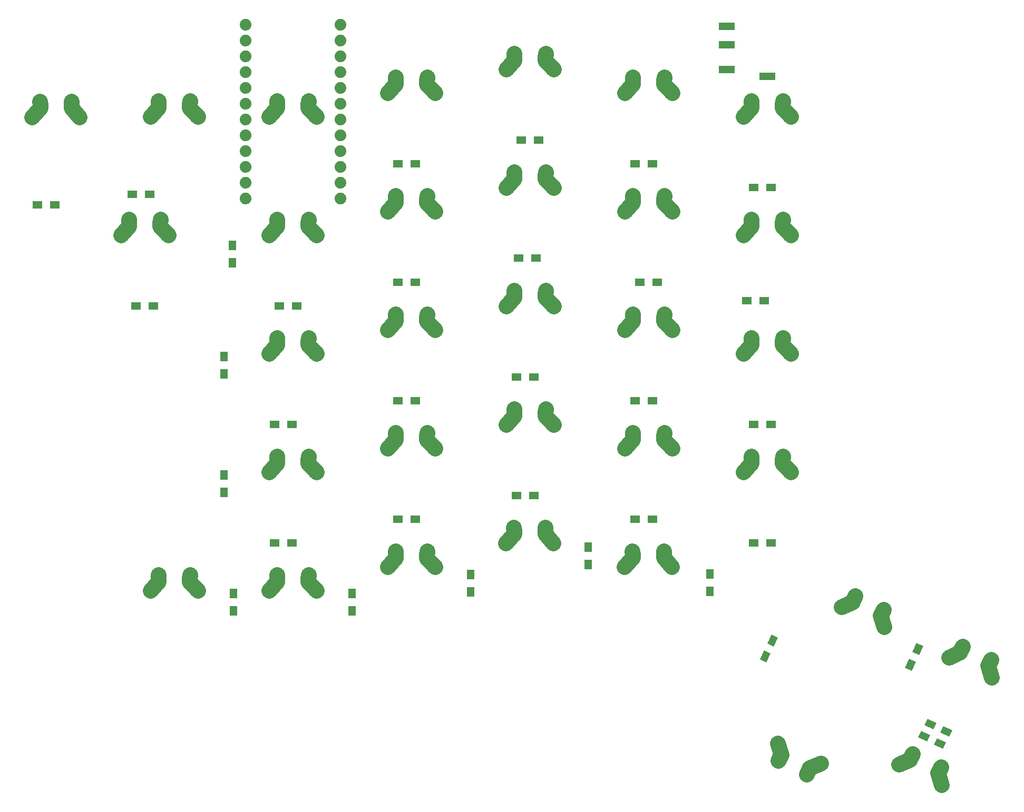
<source format=gbr>
G04 #@! TF.GenerationSoftware,KiCad,Pcbnew,(5.1.5)-3*
G04 #@! TF.CreationDate,2020-06-21T18:11:25+05:30*
G04 #@! TF.ProjectId,ergocape,6572676f-6361-4706-952e-6b696361645f,rev?*
G04 #@! TF.SameCoordinates,Original*
G04 #@! TF.FileFunction,Paste,Bot*
G04 #@! TF.FilePolarity,Positive*
%FSLAX46Y46*%
G04 Gerber Fmt 4.6, Leading zero omitted, Abs format (unit mm)*
G04 Created by KiCad (PCBNEW (5.1.5)-3) date 2020-06-21 18:11:25*
%MOMM*%
%LPD*%
G04 APERTURE LIST*
%ADD10C,1.879600*%
%ADD11C,2.500000*%
%ADD12R,1.600000X1.200000*%
%ADD13R,1.200000X1.600000*%
%ADD14C,0.100000*%
%ADD15R,2.500000X1.200000*%
G04 APERTURE END LIST*
D10*
X76504800Y-22326600D03*
X76504800Y-24866600D03*
X76504800Y-27406600D03*
X76504800Y-29946600D03*
X76504800Y-32486600D03*
X76504800Y-35026600D03*
X76504800Y-37566600D03*
X76504800Y-40106600D03*
X76504800Y-42646600D03*
X76504800Y-45186600D03*
X76504800Y-47726600D03*
X76504800Y-50266600D03*
X91744800Y-50266600D03*
X91744800Y-47726600D03*
X91744800Y-45186600D03*
X91744800Y-42646600D03*
X91744800Y-40106600D03*
X91744800Y-37566600D03*
X91744800Y-35026600D03*
X91744800Y-32486600D03*
X91744800Y-29946600D03*
X91744800Y-27406600D03*
X91744800Y-24866600D03*
X91744800Y-22326600D03*
D11*
X57824995Y-54737496D02*
X56515005Y-56197504D01*
X62825001Y-54237500D02*
X62864999Y-53657500D01*
X62825005Y-54737496D02*
X64134995Y-56197504D01*
X57824999Y-54237500D02*
X57785001Y-53657500D01*
D12*
X123638000Y-40798800D03*
X120838000Y-40798800D03*
D11*
X86677499Y-34607500D02*
X86637501Y-35187500D01*
X81597501Y-34607500D02*
X81637499Y-35187500D01*
X80327505Y-37147504D02*
X81637495Y-35687496D01*
X87947495Y-37147504D02*
X86637505Y-35687496D01*
X188300830Y-141669619D02*
X188019460Y-142178373D01*
X183696788Y-139522719D02*
X183487920Y-140065281D01*
X181472328Y-141288021D02*
X183276610Y-140518429D01*
X188378385Y-144508368D02*
X187808157Y-142631524D01*
D13*
X74422000Y-57782000D03*
X74422000Y-60582000D03*
D12*
X103794000Y-44608800D03*
X100994000Y-44608800D03*
X141894000Y-44608800D03*
X139094000Y-44608800D03*
X160944000Y-48418800D03*
X158144000Y-48418800D03*
D13*
X93662500Y-113694000D03*
X93662500Y-116494000D03*
X151130000Y-110614000D03*
X151130000Y-113414000D03*
X131572000Y-106296000D03*
X131572000Y-109096000D03*
X73025000Y-75593800D03*
X73025000Y-78393800D03*
X74612500Y-113694000D03*
X74612500Y-116494000D03*
D12*
X122844000Y-78898800D03*
X120044000Y-78898800D03*
X61090000Y-49530000D03*
X58290000Y-49530000D03*
D13*
X73025000Y-94643800D03*
X73025000Y-97443800D03*
D12*
X61725000Y-67468800D03*
X58925000Y-67468800D03*
D14*
G36*
X188099122Y-136117568D02*
G01*
X188606264Y-135029999D01*
X190056356Y-135706188D01*
X189549214Y-136793757D01*
X188099122Y-136117568D01*
G37*
G36*
X185561460Y-134934236D02*
G01*
X186068602Y-133846667D01*
X187518694Y-134522856D01*
X187011552Y-135610425D01*
X185561460Y-134934236D01*
G37*
G36*
X187078122Y-138064568D02*
G01*
X187585264Y-136976999D01*
X189035356Y-137653188D01*
X188528214Y-138740757D01*
X187078122Y-138064568D01*
G37*
G36*
X184540460Y-136881236D02*
G01*
X185047602Y-135793667D01*
X186497694Y-136469856D01*
X185990552Y-137557425D01*
X184540460Y-136881236D01*
G37*
G36*
X161403264Y-122285998D02*
G01*
X160315695Y-121778856D01*
X160991884Y-120328764D01*
X162079453Y-120835906D01*
X161403264Y-122285998D01*
G37*
G36*
X160219932Y-124823660D02*
G01*
X159132363Y-124316518D01*
X159808552Y-122866426D01*
X160896121Y-123373568D01*
X160219932Y-124823660D01*
G37*
D13*
X112712000Y-110678000D03*
X112712000Y-113478000D03*
D12*
X83950000Y-86518800D03*
X81150000Y-86518800D03*
X160944000Y-105569000D03*
X158144000Y-105569000D03*
X122844000Y-97948800D03*
X120044000Y-97948800D03*
X123193000Y-59817000D03*
X120393000Y-59817000D03*
X141894000Y-82708800D03*
X139094000Y-82708800D03*
X160944000Y-86518800D03*
X158144000Y-86518800D03*
X84743800Y-67468800D03*
X81943800Y-67468800D03*
X142688000Y-63658800D03*
X139888000Y-63658800D03*
X103794000Y-82708800D03*
X100994000Y-82708800D03*
X159832000Y-66675000D03*
X157032000Y-66675000D03*
X141894000Y-101759000D03*
X139094000Y-101759000D03*
X103794000Y-63658800D03*
X100994000Y-63658800D03*
X103794000Y-101759000D03*
X100994000Y-101759000D03*
X83950000Y-105569000D03*
X81150000Y-105569000D03*
D11*
X105727999Y-30797500D02*
X105688001Y-31377500D01*
X100648001Y-30797500D02*
X100687999Y-31377500D01*
X99378005Y-33337504D02*
X100687995Y-31877496D01*
X106997995Y-33337504D02*
X105688005Y-31877496D01*
X124777999Y-26987500D02*
X124738001Y-27567500D01*
X119698001Y-26987500D02*
X119737999Y-27567500D01*
X118428005Y-29527504D02*
X119737995Y-28067496D01*
X126047995Y-29527504D02*
X124738005Y-28067496D01*
X143827999Y-30797500D02*
X143788001Y-31377500D01*
X138748001Y-30797500D02*
X138787999Y-31377500D01*
X137478005Y-33337504D02*
X138787995Y-31877496D01*
X145097995Y-33337504D02*
X143788005Y-31877496D01*
X162877999Y-34607500D02*
X162838001Y-35187500D01*
X157798001Y-34607500D02*
X157837999Y-35187500D01*
X156528005Y-37147504D02*
X157837995Y-35687496D01*
X164147995Y-37147504D02*
X162838005Y-35687496D01*
X86677499Y-72707500D02*
X86637501Y-73287500D01*
X81597501Y-72707500D02*
X81637499Y-73287500D01*
X80327505Y-75247504D02*
X81637495Y-73787496D01*
X87947495Y-75247504D02*
X86637505Y-73787496D01*
X86677499Y-110808000D02*
X86637501Y-111388000D01*
X81597501Y-110808000D02*
X81637499Y-111388000D01*
X80327505Y-113348004D02*
X81637495Y-111887996D01*
X87947495Y-113348004D02*
X86637505Y-111887996D01*
X162877999Y-91757500D02*
X162838001Y-92337500D01*
X157798001Y-91757500D02*
X157837999Y-92337500D01*
X156528005Y-94297504D02*
X157837995Y-92837496D01*
X164147995Y-94297504D02*
X162838005Y-92837496D01*
X124713999Y-103124000D02*
X124674001Y-103704000D01*
X119634001Y-103124000D02*
X119673999Y-103704000D01*
X118364005Y-105664004D02*
X119673995Y-104203996D01*
X125983995Y-105664004D02*
X124674005Y-104203996D01*
X143763999Y-106934000D02*
X143724001Y-107514000D01*
X138684001Y-106934000D02*
X138723999Y-107514000D01*
X137414005Y-109474004D02*
X138723995Y-108013996D01*
X145033995Y-109474004D02*
X143724005Y-108013996D01*
X124777999Y-84137500D02*
X124738001Y-84717500D01*
X119698001Y-84137500D02*
X119737999Y-84717500D01*
X118428005Y-86677504D02*
X119737995Y-85217496D01*
X126047995Y-86677504D02*
X124738005Y-85217496D01*
X67627499Y-110808000D02*
X67587501Y-111388000D01*
X62547501Y-110808000D02*
X62587499Y-111388000D01*
X61277505Y-113348004D02*
X62587495Y-111887996D01*
X68897495Y-113348004D02*
X67587505Y-111887996D01*
X124777999Y-65087500D02*
X124738001Y-65667500D01*
X119698001Y-65087500D02*
X119737999Y-65667500D01*
X118428005Y-67627504D02*
X119737995Y-66167496D01*
X126047995Y-67627504D02*
X124738005Y-66167496D01*
X124777999Y-46037500D02*
X124738001Y-46617500D01*
X119698001Y-46037500D02*
X119737999Y-46617500D01*
X118428005Y-48577504D02*
X119737995Y-47117496D01*
X126047995Y-48577504D02*
X124738005Y-47117496D01*
X67627499Y-34607500D02*
X67587501Y-35187500D01*
X62547501Y-34607500D02*
X62587499Y-35187500D01*
X61277505Y-37147504D02*
X62587495Y-35687496D01*
X68897495Y-37147504D02*
X67587505Y-35687496D01*
X143827999Y-68897500D02*
X143788001Y-69477500D01*
X138748001Y-68897500D02*
X138787999Y-69477500D01*
X137478005Y-71437504D02*
X138787995Y-69977496D01*
X145097995Y-71437504D02*
X143788005Y-69977496D01*
X162877999Y-72707500D02*
X162838001Y-73287500D01*
X157798001Y-72707500D02*
X157837999Y-73287500D01*
X156528005Y-75247504D02*
X157837995Y-73787496D01*
X164147995Y-75247504D02*
X162838005Y-73787496D01*
X86677499Y-53657500D02*
X86637501Y-54237500D01*
X81597501Y-53657500D02*
X81637499Y-54237500D01*
X80327505Y-56197504D02*
X81637495Y-54737496D01*
X87947495Y-56197504D02*
X86637505Y-54737496D01*
X143827999Y-49847500D02*
X143788001Y-50427500D01*
X138748001Y-49847500D02*
X138787999Y-50427500D01*
X137478005Y-52387504D02*
X138787995Y-50927496D01*
X145097995Y-52387504D02*
X143788005Y-50927496D01*
X105727999Y-68897500D02*
X105688001Y-69477500D01*
X100648001Y-68897500D02*
X100687999Y-69477500D01*
X99378005Y-71437504D02*
X100687995Y-69977496D01*
X106997995Y-71437504D02*
X105688005Y-69977496D01*
X162877999Y-53657500D02*
X162838001Y-54237500D01*
X157798001Y-53657500D02*
X157837999Y-54237500D01*
X156528005Y-56197504D02*
X157837995Y-54737496D01*
X164147995Y-56197504D02*
X162838005Y-54737496D01*
X196350830Y-124404619D02*
X196069460Y-124913373D01*
X191746788Y-122257719D02*
X191537920Y-122800281D01*
X189522328Y-124023021D02*
X191326610Y-123253429D01*
X196428385Y-127243368D02*
X195858157Y-125366524D01*
X143827999Y-87947500D02*
X143788001Y-88527500D01*
X138748001Y-87947500D02*
X138787999Y-88527500D01*
X137478005Y-90487504D02*
X138787995Y-89027496D01*
X145097995Y-90487504D02*
X143788005Y-89027496D01*
X105727999Y-49847500D02*
X105688001Y-50427500D01*
X100648001Y-49847500D02*
X100687999Y-50427500D01*
X99378005Y-52387504D02*
X100687995Y-50927496D01*
X106997995Y-52387504D02*
X105688005Y-50927496D01*
X105727999Y-106998000D02*
X105688001Y-107578000D01*
X100648001Y-106998000D02*
X100687999Y-107578000D01*
X99378005Y-109538004D02*
X100687995Y-108077996D01*
X106997995Y-109538004D02*
X105688005Y-108077996D01*
X105727999Y-87947500D02*
X105688001Y-88527500D01*
X100648001Y-87947500D02*
X100687999Y-88527500D01*
X99378005Y-90487504D02*
X100687995Y-89027496D01*
X106997995Y-90487504D02*
X105688005Y-89027496D01*
X86677499Y-91757500D02*
X86637501Y-92337500D01*
X81597501Y-91757500D02*
X81637499Y-92337500D01*
X80327505Y-94297504D02*
X81637495Y-92837496D01*
X87947495Y-94297504D02*
X86637505Y-92837496D01*
D14*
G36*
X184737264Y-123645998D02*
G01*
X183649695Y-123138856D01*
X184325884Y-121688764D01*
X185413453Y-122195906D01*
X184737264Y-123645998D01*
G37*
G36*
X183553932Y-126183660D02*
G01*
X182466363Y-125676518D01*
X183142552Y-124226426D01*
X184230121Y-124733568D01*
X183553932Y-126183660D01*
G37*
D11*
X179073831Y-116341619D02*
X178792461Y-116850373D01*
X174469789Y-114194719D02*
X174260921Y-114737281D01*
X172245329Y-115960021D02*
X174049611Y-115190429D01*
X179151386Y-119180368D02*
X178581158Y-117303524D01*
X162124986Y-140667805D02*
X162406356Y-140159051D01*
X166729028Y-142814705D02*
X166937896Y-142272143D01*
X168953488Y-141049403D02*
X167149206Y-141818995D01*
X162047431Y-137829056D02*
X162617659Y-139705900D01*
D15*
X153852000Y-25511500D03*
X153852000Y-22511500D03*
X153852000Y-29511500D03*
X160352000Y-30611500D03*
D12*
X45850000Y-51231800D03*
X43050000Y-51231800D03*
D11*
X48590199Y-34620200D02*
X48550201Y-35200200D01*
X43510201Y-34620200D02*
X43550199Y-35200200D01*
X42240205Y-37160204D02*
X43550195Y-35700196D01*
X49860195Y-37160204D02*
X48550205Y-35700196D01*
M02*

</source>
